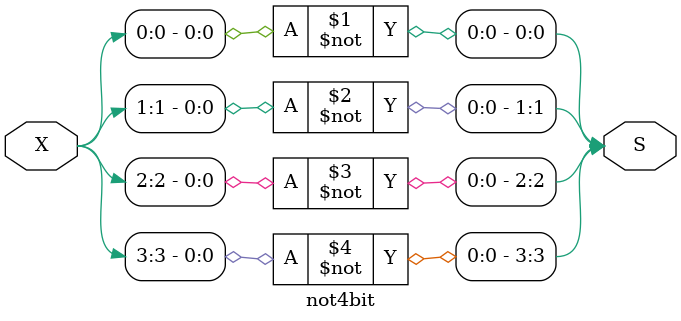
<source format=sv>
module not4bit(X,S);
  input logic [3:0] X;
  
  output logic [3:0] S;


  not(S[0],X[0]);
  not(S[1],X[1]);
  not(S[2],X[2]);
  not(S[3],X[3]);

endmodule
</source>
